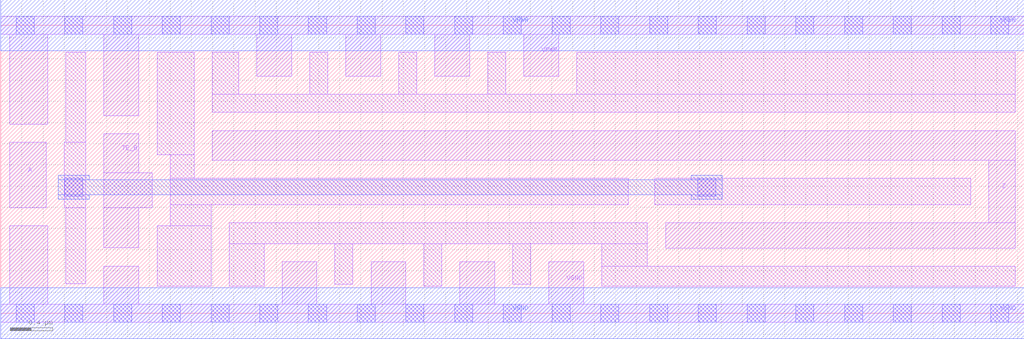
<source format=lef>
# Copyright 2020 The SkyWater PDK Authors
#
# Licensed under the Apache License, Version 2.0 (the "License");
# you may not use this file except in compliance with the License.
# You may obtain a copy of the License at
#
#     https://www.apache.org/licenses/LICENSE-2.0
#
# Unless required by applicable law or agreed to in writing, software
# distributed under the License is distributed on an "AS IS" BASIS,
# WITHOUT WARRANTIES OR CONDITIONS OF ANY KIND, either express or implied.
# See the License for the specific language governing permissions and
# limitations under the License.
#
# SPDX-License-Identifier: Apache-2.0

VERSION 5.7 ;
  NAMESCASESENSITIVE ON ;
  NOWIREEXTENSIONATPIN ON ;
  DIVIDERCHAR "/" ;
  BUSBITCHARS "[]" ;
UNITS
  DATABASE MICRONS 200 ;
END UNITS
MACRO sky130_fd_sc_hd__ebufn_8
  CLASS CORE ;
  SOURCE USER ;
  FOREIGN sky130_fd_sc_hd__ebufn_8 ;
  ORIGIN  0.000000  0.000000 ;
  SIZE  9.660000 BY  2.720000 ;
  SYMMETRY X Y R90 ;
  SITE unithd ;
  PIN A
    ANTENNAGATEAREA  0.495000 ;
    DIRECTION INPUT ;
    USE SIGNAL ;
    PORT
      LAYER li1 ;
        RECT 0.085000 0.995000 0.430000 1.615000 ;
    END
  END A
  PIN TE_B
    ANTENNAGATEAREA  1.375500 ;
    DIRECTION INPUT ;
    USE SIGNAL ;
    PORT
      LAYER li1 ;
        RECT 0.970000 0.620000 1.305000 0.995000 ;
        RECT 0.970000 0.995000 1.430000 1.325000 ;
        RECT 0.970000 1.325000 1.305000 1.695000 ;
    END
  END TE_B
  PIN Z
    ANTENNADIFFAREA  1.782000 ;
    DIRECTION OUTPUT ;
    USE SIGNAL ;
    PORT
      LAYER li1 ;
        RECT 1.995000 1.445000 9.575000 1.725000 ;
        RECT 6.275000 0.615000 9.575000 0.855000 ;
        RECT 9.325000 0.855000 9.575000 1.445000 ;
    END
  END Z
  PIN VGND
    DIRECTION INOUT ;
    SHAPE ABUTMENT ;
    USE GROUND ;
    PORT
      LAYER li1 ;
        RECT 0.000000 -0.085000 9.660000 0.085000 ;
        RECT 0.085000  0.085000 0.445000 0.825000 ;
        RECT 0.970000  0.085000 1.305000 0.445000 ;
        RECT 2.655000  0.085000 2.985000 0.485000 ;
        RECT 3.495000  0.085000 3.825000 0.485000 ;
        RECT 4.335000  0.085000 4.665000 0.485000 ;
        RECT 5.175000  0.085000 5.505000 0.485000 ;
      LAYER mcon ;
        RECT 0.145000 -0.085000 0.315000 0.085000 ;
        RECT 0.605000 -0.085000 0.775000 0.085000 ;
        RECT 1.065000 -0.085000 1.235000 0.085000 ;
        RECT 1.525000 -0.085000 1.695000 0.085000 ;
        RECT 1.985000 -0.085000 2.155000 0.085000 ;
        RECT 2.445000 -0.085000 2.615000 0.085000 ;
        RECT 2.905000 -0.085000 3.075000 0.085000 ;
        RECT 3.365000 -0.085000 3.535000 0.085000 ;
        RECT 3.825000 -0.085000 3.995000 0.085000 ;
        RECT 4.285000 -0.085000 4.455000 0.085000 ;
        RECT 4.745000 -0.085000 4.915000 0.085000 ;
        RECT 5.205000 -0.085000 5.375000 0.085000 ;
        RECT 5.665000 -0.085000 5.835000 0.085000 ;
        RECT 6.125000 -0.085000 6.295000 0.085000 ;
        RECT 6.585000 -0.085000 6.755000 0.085000 ;
        RECT 7.045000 -0.085000 7.215000 0.085000 ;
        RECT 7.505000 -0.085000 7.675000 0.085000 ;
        RECT 7.965000 -0.085000 8.135000 0.085000 ;
        RECT 8.425000 -0.085000 8.595000 0.085000 ;
        RECT 8.885000 -0.085000 9.055000 0.085000 ;
        RECT 9.345000 -0.085000 9.515000 0.085000 ;
      LAYER met1 ;
        RECT 0.000000 -0.240000 9.660000 0.240000 ;
    END
  END VGND
  PIN VPWR
    DIRECTION INOUT ;
    SHAPE ABUTMENT ;
    USE POWER ;
    PORT
      LAYER li1 ;
        RECT 0.000000 2.635000 9.660000 2.805000 ;
        RECT 0.085000 1.785000 0.445000 2.635000 ;
        RECT 0.970000 1.865000 1.305000 2.635000 ;
        RECT 2.415000 2.235000 2.745000 2.635000 ;
        RECT 3.255000 2.235000 3.585000 2.635000 ;
        RECT 4.095000 2.235000 4.425000 2.635000 ;
        RECT 4.935000 2.235000 5.265000 2.635000 ;
      LAYER mcon ;
        RECT 0.145000 2.635000 0.315000 2.805000 ;
        RECT 0.605000 2.635000 0.775000 2.805000 ;
        RECT 1.065000 2.635000 1.235000 2.805000 ;
        RECT 1.525000 2.635000 1.695000 2.805000 ;
        RECT 1.985000 2.635000 2.155000 2.805000 ;
        RECT 2.445000 2.635000 2.615000 2.805000 ;
        RECT 2.905000 2.635000 3.075000 2.805000 ;
        RECT 3.365000 2.635000 3.535000 2.805000 ;
        RECT 3.825000 2.635000 3.995000 2.805000 ;
        RECT 4.285000 2.635000 4.455000 2.805000 ;
        RECT 4.745000 2.635000 4.915000 2.805000 ;
        RECT 5.205000 2.635000 5.375000 2.805000 ;
        RECT 5.665000 2.635000 5.835000 2.805000 ;
        RECT 6.125000 2.635000 6.295000 2.805000 ;
        RECT 6.585000 2.635000 6.755000 2.805000 ;
        RECT 7.045000 2.635000 7.215000 2.805000 ;
        RECT 7.505000 2.635000 7.675000 2.805000 ;
        RECT 7.965000 2.635000 8.135000 2.805000 ;
        RECT 8.425000 2.635000 8.595000 2.805000 ;
        RECT 8.885000 2.635000 9.055000 2.805000 ;
        RECT 9.345000 2.635000 9.515000 2.805000 ;
      LAYER met1 ;
        RECT 0.000000 2.480000 9.660000 2.960000 ;
    END
  END VPWR
  OBS
    LAYER li1 ;
      RECT 0.600000 0.995000 0.800000 1.615000 ;
      RECT 0.615000 0.280000 0.800000 0.995000 ;
      RECT 0.615000 1.615000 0.800000 2.465000 ;
      RECT 1.475000 0.255000 1.985000 0.825000 ;
      RECT 1.475000 1.495000 1.825000 2.465000 ;
      RECT 1.600000 0.825000 1.985000 1.025000 ;
      RECT 1.600000 1.025000 5.925000 1.275000 ;
      RECT 1.600000 1.275000 1.825000 1.495000 ;
      RECT 1.995000 1.895000 9.575000 2.065000 ;
      RECT 1.995000 2.065000 2.245000 2.465000 ;
      RECT 2.155000 0.255000 2.485000 0.655000 ;
      RECT 2.155000 0.655000 6.105000 0.855000 ;
      RECT 2.915000 2.065000 3.085000 2.465000 ;
      RECT 3.155000 0.275000 3.325000 0.655000 ;
      RECT 3.755000 2.065000 3.925000 2.465000 ;
      RECT 3.995000 0.255000 4.165000 0.655000 ;
      RECT 4.595000 2.065000 4.765000 2.465000 ;
      RECT 4.835000 0.275000 5.005000 0.655000 ;
      RECT 5.435000 2.065000 9.575000 2.465000 ;
      RECT 5.675000 0.255000 9.575000 0.445000 ;
      RECT 5.675000 0.445000 6.105000 0.655000 ;
      RECT 6.175000 1.025000 9.155000 1.275000 ;
    LAYER mcon ;
      RECT 0.605000 1.105000 0.775000 1.275000 ;
      RECT 6.580000 1.105000 6.750000 1.275000 ;
    LAYER met1 ;
      RECT 0.545000 1.075000 0.835000 1.120000 ;
      RECT 0.545000 1.120000 6.810000 1.260000 ;
      RECT 0.545000 1.260000 0.835000 1.305000 ;
      RECT 6.520000 1.075000 6.810000 1.120000 ;
      RECT 6.520000 1.260000 6.810000 1.305000 ;
  END
END sky130_fd_sc_hd__ebufn_8

</source>
